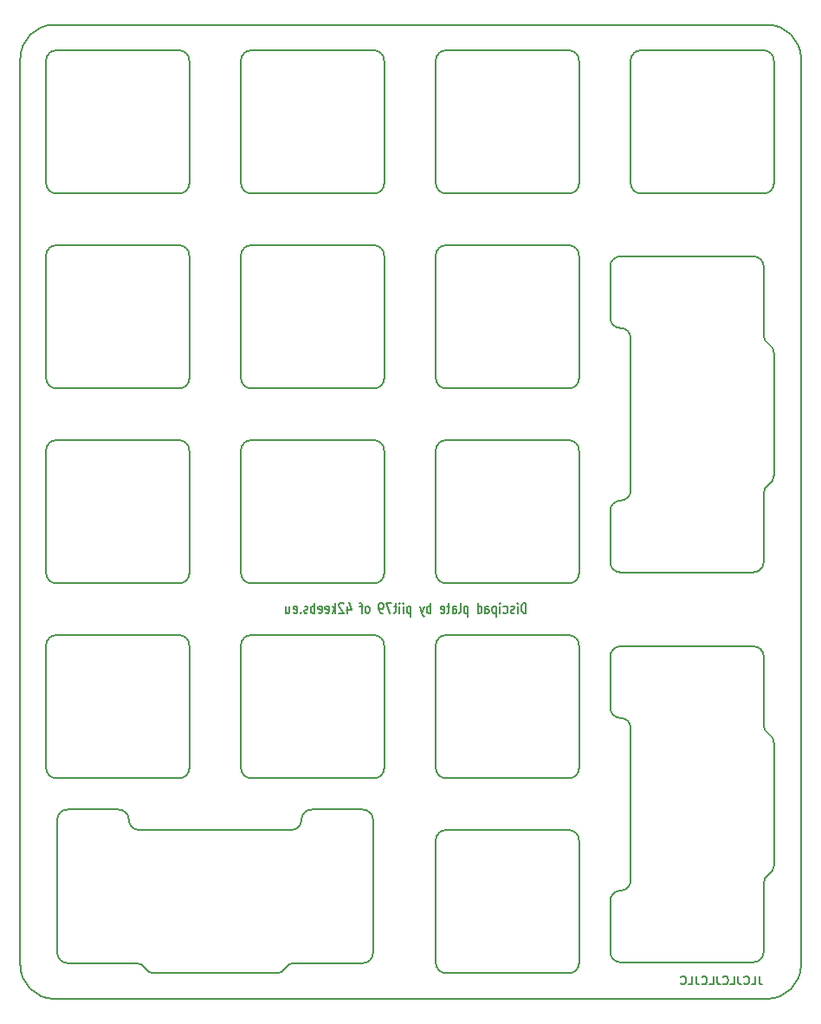
<source format=gbo>
G04 #@! TF.GenerationSoftware,KiCad,Pcbnew,5.1.10-88a1d61d58~90~ubuntu21.04.1*
G04 #@! TF.CreationDate,2021-08-17T12:25:35+02:00*
G04 #@! TF.ProjectId,discipad-plate,64697363-6970-4616-942d-706c6174652e,rev?*
G04 #@! TF.SameCoordinates,Original*
G04 #@! TF.FileFunction,Legend,Bot*
G04 #@! TF.FilePolarity,Positive*
%FSLAX46Y46*%
G04 Gerber Fmt 4.6, Leading zero omitted, Abs format (unit mm)*
G04 Created by KiCad (PCBNEW 5.1.10-88a1d61d58~90~ubuntu21.04.1) date 2021-08-17 12:25:35*
%MOMM*%
%LPD*%
G01*
G04 APERTURE LIST*
%ADD10C,0.150000*%
G04 #@! TA.AperFunction,Profile*
%ADD11C,0.200000*%
G04 #@! TD*
G04 #@! TA.AperFunction,Profile*
%ADD12C,0.150000*%
G04 #@! TD*
G04 APERTURE END LIST*
D10*
X177907445Y-135694897D02*
X177907445Y-136266326D01*
X177945540Y-136380612D01*
X178021731Y-136456802D01*
X178136016Y-136494897D01*
X178212207Y-136494897D01*
X177145540Y-136494897D02*
X177526493Y-136494897D01*
X177526493Y-135694897D01*
X176421731Y-136418707D02*
X176459826Y-136456802D01*
X176574112Y-136494897D01*
X176650302Y-136494897D01*
X176764588Y-136456802D01*
X176840778Y-136380612D01*
X176878873Y-136304421D01*
X176916969Y-136152040D01*
X176916969Y-136037754D01*
X176878873Y-135885373D01*
X176840778Y-135809183D01*
X176764588Y-135732993D01*
X176650302Y-135694897D01*
X176574112Y-135694897D01*
X176459826Y-135732993D01*
X176421731Y-135771088D01*
X175850302Y-135694897D02*
X175850302Y-136266326D01*
X175888397Y-136380612D01*
X175964588Y-136456802D01*
X176078873Y-136494897D01*
X176155064Y-136494897D01*
X175088397Y-136494897D02*
X175469350Y-136494897D01*
X175469350Y-135694897D01*
X174364588Y-136418707D02*
X174402683Y-136456802D01*
X174516969Y-136494897D01*
X174593159Y-136494897D01*
X174707445Y-136456802D01*
X174783635Y-136380612D01*
X174821731Y-136304421D01*
X174859826Y-136152040D01*
X174859826Y-136037754D01*
X174821731Y-135885373D01*
X174783635Y-135809183D01*
X174707445Y-135732993D01*
X174593159Y-135694897D01*
X174516969Y-135694897D01*
X174402683Y-135732993D01*
X174364588Y-135771088D01*
X173793159Y-135694897D02*
X173793159Y-136266326D01*
X173831254Y-136380612D01*
X173907445Y-136456802D01*
X174021731Y-136494897D01*
X174097921Y-136494897D01*
X173031254Y-136494897D02*
X173412207Y-136494897D01*
X173412207Y-135694897D01*
X172307445Y-136418707D02*
X172345540Y-136456802D01*
X172459826Y-136494897D01*
X172536016Y-136494897D01*
X172650302Y-136456802D01*
X172726493Y-136380612D01*
X172764588Y-136304421D01*
X172802683Y-136152040D01*
X172802683Y-136037754D01*
X172764588Y-135885373D01*
X172726493Y-135809183D01*
X172650302Y-135732993D01*
X172536016Y-135694897D01*
X172459826Y-135694897D01*
X172345540Y-135732993D01*
X172307445Y-135771088D01*
X171736016Y-135694897D02*
X171736016Y-136266326D01*
X171774112Y-136380612D01*
X171850302Y-136456802D01*
X171964588Y-136494897D01*
X172040778Y-136494897D01*
X170974112Y-136494897D02*
X171355064Y-136494897D01*
X171355064Y-135694897D01*
X170250302Y-136418707D02*
X170288397Y-136456802D01*
X170402683Y-136494897D01*
X170478873Y-136494897D01*
X170593159Y-136456802D01*
X170669350Y-136380612D01*
X170707445Y-136304421D01*
X170745540Y-136152040D01*
X170745540Y-136037754D01*
X170707445Y-135885373D01*
X170669350Y-135809183D01*
X170593159Y-135732993D01*
X170478873Y-135694897D01*
X170402683Y-135694897D01*
X170288397Y-135732993D01*
X170250302Y-135771088D01*
D11*
X177339693Y-96212493D02*
X164339693Y-96212493D01*
X131581519Y-134901494D02*
G75*
G02*
X132447544Y-134401494I866025J-500000D01*
G01*
X115277493Y-119401493D02*
X110277493Y-119401493D01*
X110277493Y-134401493D02*
G75*
G02*
X109277493Y-133401493I0J1000000D01*
G01*
X133153493Y-120401493D02*
X133153493Y-120401493D01*
X109277493Y-120401493D02*
G75*
G02*
X110277493Y-119401493I1000000J0D01*
G01*
X133153493Y-120401493D02*
G75*
G02*
X134153493Y-119401493I1000000J0D01*
G01*
X131581518Y-134901494D02*
G75*
G02*
X130715493Y-135401494I-866025J500000D01*
G01*
X132153493Y-121401494D02*
X117277493Y-121401494D01*
X130715493Y-135401494D02*
X118715493Y-135401494D01*
X140153493Y-133401493D02*
X140153493Y-120401493D01*
X117277493Y-121401493D02*
G75*
G02*
X116277493Y-120401493I0J1000000D01*
G01*
X115277493Y-119401493D02*
G75*
G02*
X116277493Y-120401493I0J-1000000D01*
G01*
X139153493Y-119401493D02*
X134153493Y-119401493D01*
X133153494Y-120401493D02*
G75*
G02*
X132153493Y-121401494I-1000001J0D01*
G01*
X116983443Y-134401494D02*
G75*
G02*
X117849468Y-134901494I0J-1000000D01*
G01*
X139153493Y-134401493D02*
X132447544Y-134401494D01*
X140153493Y-133401493D02*
G75*
G02*
X139153493Y-134401493I-1000000J0D01*
G01*
X116277493Y-120401493D02*
X116277493Y-120401493D01*
X110277493Y-134401493D02*
X116983443Y-134401494D01*
X139153493Y-119401493D02*
G75*
G02*
X140153493Y-120401493I0J-1000000D01*
G01*
X118715493Y-135401494D02*
G75*
G02*
X117849468Y-134901494I0J1000000D01*
G01*
X109277493Y-133401493D02*
X109277493Y-120401493D01*
X178840494Y-112019467D02*
G75*
G02*
X178340494Y-111153442I500000J866025D01*
G01*
X163340493Y-128323493D02*
X163340493Y-133323493D01*
X178340493Y-133323493D02*
G75*
G02*
X177340493Y-134323493I-1000000J0D01*
G01*
X164340493Y-110447493D02*
X164340493Y-110447493D01*
X164340493Y-134323493D02*
G75*
G02*
X163340493Y-133323493I0J1000000D01*
G01*
X164340493Y-110447493D02*
G75*
G02*
X163340493Y-109447493I0J1000000D01*
G01*
X178840494Y-112019468D02*
G75*
G02*
X179340494Y-112885493I-500000J-866025D01*
G01*
X165340494Y-111447493D02*
X165340494Y-126323493D01*
X179340494Y-112885493D02*
X179340494Y-124885493D01*
X177340493Y-103447493D02*
X164340493Y-103447493D01*
X165340493Y-126323493D02*
G75*
G02*
X164340493Y-127323493I-1000000J0D01*
G01*
X163340493Y-128323493D02*
G75*
G02*
X164340493Y-127323493I1000000J0D01*
G01*
X163340493Y-104447493D02*
X163340493Y-109447493D01*
X164340493Y-110447492D02*
G75*
G02*
X165340494Y-111447493I0J-1000001D01*
G01*
X178340494Y-126617543D02*
G75*
G02*
X178840494Y-125751518I1000000J0D01*
G01*
X178340493Y-104447493D02*
X178340494Y-111153442D01*
X177340493Y-103447493D02*
G75*
G02*
X178340493Y-104447493I0J-1000000D01*
G01*
X164340493Y-127323493D02*
X164340493Y-127323493D01*
X178340493Y-133323493D02*
X178340494Y-126617543D01*
X163340493Y-104447493D02*
G75*
G02*
X164340493Y-103447493I1000000J0D01*
G01*
X179340494Y-124885493D02*
G75*
G02*
X178840494Y-125751518I-1000000J0D01*
G01*
X177340493Y-134323493D02*
X164340493Y-134323493D01*
X163339693Y-66336493D02*
G75*
G02*
X164339693Y-65336493I1000000J0D01*
G01*
X177339693Y-65336493D02*
X164339693Y-65336493D01*
X178339693Y-95212493D02*
G75*
G02*
X177339693Y-96212493I-1000000J0D01*
G01*
X179339694Y-86774493D02*
G75*
G02*
X178839694Y-87640518I-1000000J0D01*
G01*
X163339693Y-90212493D02*
G75*
G02*
X164339693Y-89212493I1000000J0D01*
G01*
X178839694Y-73908468D02*
G75*
G02*
X179339694Y-74774493I-500000J-866025D01*
G01*
X164339693Y-72336493D02*
G75*
G02*
X163339693Y-71336493I0J1000000D01*
G01*
X164339693Y-96212493D02*
G75*
G02*
X163339693Y-95212493I0J1000000D01*
G01*
X178339693Y-66336493D02*
X178339694Y-73042442D01*
X165339694Y-73336493D02*
X165339694Y-88212493D01*
X164339693Y-89212493D02*
X164339693Y-89212493D01*
X164339693Y-72336493D02*
X164339693Y-72336493D01*
X178339693Y-95212493D02*
X178339694Y-88506543D01*
X165339693Y-88212493D02*
G75*
G02*
X164339693Y-89212493I-1000000J0D01*
G01*
X177339693Y-65336493D02*
G75*
G02*
X178339693Y-66336493I0J-1000000D01*
G01*
X164339693Y-72336492D02*
G75*
G02*
X165339694Y-73336493I0J-1000001D01*
G01*
X178339694Y-88506543D02*
G75*
G02*
X178839694Y-87640518I1000000J0D01*
G01*
X178839694Y-73908467D02*
G75*
G02*
X178339694Y-73042442I500000J866025D01*
G01*
X163339693Y-66336493D02*
X163339693Y-71336493D01*
X179339694Y-74774493D02*
X179339694Y-86774493D01*
X163339693Y-90212493D02*
X163339693Y-95212493D01*
X159288999Y-121400993D02*
X147288993Y-121400993D01*
X146288992Y-122400994D02*
G75*
G02*
X147288993Y-121400993I1000001J0D01*
G01*
X159288999Y-121400993D02*
G75*
G02*
X160289000Y-122400994I0J-1000001D01*
G01*
X160289000Y-134401000D02*
G75*
G02*
X159288999Y-135401001I-1000001J0D01*
G01*
X147288993Y-135401001D02*
X159288999Y-135401001D01*
X160289000Y-134401000D02*
X160289000Y-122400994D01*
X146288992Y-122400994D02*
X146288992Y-134401000D01*
X147288993Y-135401001D02*
G75*
G02*
X146288992Y-134401000I0J1000001D01*
G01*
X108188992Y-103350994D02*
G75*
G02*
X109188993Y-102350993I1000001J0D01*
G01*
X122189000Y-115351000D02*
G75*
G02*
X121188999Y-116351001I-1000001J0D01*
G01*
X127238992Y-103350994D02*
G75*
G02*
X128238993Y-102350993I1000001J0D01*
G01*
X121188999Y-102350993D02*
X109188993Y-102350993D01*
X141239000Y-115351000D02*
X141239000Y-103350994D01*
X109188993Y-116351001D02*
X121188999Y-116351001D01*
X160289000Y-115351000D02*
X160289000Y-103350994D01*
X127238992Y-103350994D02*
X127238992Y-115351000D01*
X147288993Y-116351001D02*
G75*
G02*
X146288992Y-115351000I0J1000001D01*
G01*
X140238999Y-102350993D02*
X128238993Y-102350993D01*
X122189000Y-115351000D02*
X122189000Y-103350994D01*
X159288999Y-102350993D02*
X147288993Y-102350993D01*
X146288992Y-103350994D02*
G75*
G02*
X147288993Y-102350993I1000001J0D01*
G01*
X160289000Y-115351000D02*
G75*
G02*
X159288999Y-116351001I-1000001J0D01*
G01*
X121188999Y-102350993D02*
G75*
G02*
X122189000Y-103350994I0J-1000001D01*
G01*
X147288993Y-116351001D02*
X159288999Y-116351001D01*
X109188993Y-116351001D02*
G75*
G02*
X108188992Y-115351000I0J1000001D01*
G01*
X141239000Y-115351000D02*
G75*
G02*
X140238999Y-116351001I-1000001J0D01*
G01*
X128238993Y-116351001D02*
X140238999Y-116351001D01*
X108188992Y-103350994D02*
X108188992Y-115351000D01*
X159288999Y-102350993D02*
G75*
G02*
X160289000Y-103350994I0J-1000001D01*
G01*
X140238999Y-102350993D02*
G75*
G02*
X141239000Y-103350994I0J-1000001D01*
G01*
X146288992Y-103350994D02*
X146288992Y-115351000D01*
X128238993Y-116351001D02*
G75*
G02*
X127238992Y-115351000I0J1000001D01*
G01*
X108188992Y-84300994D02*
G75*
G02*
X109188993Y-83300993I1000001J0D01*
G01*
X122189000Y-96301000D02*
G75*
G02*
X121188999Y-97301001I-1000001J0D01*
G01*
X127238992Y-84300994D02*
G75*
G02*
X128238993Y-83300993I1000001J0D01*
G01*
X121188999Y-83300993D02*
X109188993Y-83300993D01*
X141239000Y-96301000D02*
X141239000Y-84300994D01*
X109188993Y-97301001D02*
X121188999Y-97301001D01*
X160289000Y-96301000D02*
X160289000Y-84300994D01*
X127238992Y-84300994D02*
X127238992Y-96301000D01*
X147288993Y-97301001D02*
G75*
G02*
X146288992Y-96301000I0J1000001D01*
G01*
X140238999Y-83300993D02*
X128238993Y-83300993D01*
X122189000Y-96301000D02*
X122189000Y-84300994D01*
X159288999Y-83300993D02*
X147288993Y-83300993D01*
X146288992Y-84300994D02*
G75*
G02*
X147288993Y-83300993I1000001J0D01*
G01*
X160289000Y-96301000D02*
G75*
G02*
X159288999Y-97301001I-1000001J0D01*
G01*
X121188999Y-83300993D02*
G75*
G02*
X122189000Y-84300994I0J-1000001D01*
G01*
X147288993Y-97301001D02*
X159288999Y-97301001D01*
X109188993Y-97301001D02*
G75*
G02*
X108188992Y-96301000I0J1000001D01*
G01*
X141239000Y-96301000D02*
G75*
G02*
X140238999Y-97301001I-1000001J0D01*
G01*
X128238993Y-97301001D02*
X140238999Y-97301001D01*
X108188992Y-84300994D02*
X108188992Y-96301000D01*
X159288999Y-83300993D02*
G75*
G02*
X160289000Y-84300994I0J-1000001D01*
G01*
X140238999Y-83300993D02*
G75*
G02*
X141239000Y-84300994I0J-1000001D01*
G01*
X146288992Y-84300994D02*
X146288992Y-96301000D01*
X128238993Y-97301001D02*
G75*
G02*
X127238992Y-96301000I0J1000001D01*
G01*
X122189000Y-77251000D02*
G75*
G02*
X121188999Y-78251001I-1000001J0D01*
G01*
X140238999Y-64250993D02*
X128238993Y-64250993D01*
X160289000Y-77251000D02*
X160289000Y-65250994D01*
X147288993Y-78251001D02*
X159288999Y-78251001D01*
X127238992Y-65250994D02*
G75*
G02*
X128238993Y-64250993I1000001J0D01*
G01*
X128238993Y-78251001D02*
G75*
G02*
X127238992Y-77251000I0J1000001D01*
G01*
X141239000Y-77251000D02*
G75*
G02*
X140238999Y-78251001I-1000001J0D01*
G01*
X109188993Y-78251001D02*
G75*
G02*
X108188992Y-77251000I0J1000001D01*
G01*
X146288992Y-65250994D02*
X146288992Y-77251000D01*
X140238999Y-64250993D02*
G75*
G02*
X141239000Y-65250994I0J-1000001D01*
G01*
X159288999Y-64250993D02*
G75*
G02*
X160289000Y-65250994I0J-1000001D01*
G01*
X159288999Y-64250993D02*
X147288993Y-64250993D01*
X141239000Y-77251000D02*
X141239000Y-65250994D01*
X127238992Y-65250994D02*
X127238992Y-77251000D01*
X108188992Y-65250994D02*
X108188992Y-77251000D01*
X128238993Y-78251001D02*
X140238999Y-78251001D01*
X121188999Y-64250993D02*
X109188993Y-64250993D01*
X147288993Y-78251001D02*
G75*
G02*
X146288992Y-77251000I0J1000001D01*
G01*
X122189000Y-77251000D02*
X122189000Y-65250994D01*
X160289000Y-77251000D02*
G75*
G02*
X159288999Y-78251001I-1000001J0D01*
G01*
X109188993Y-78251001D02*
X121188999Y-78251001D01*
X146288992Y-65250994D02*
G75*
G02*
X147288993Y-64250993I1000001J0D01*
G01*
X108188992Y-65250994D02*
G75*
G02*
X109188993Y-64250993I1000001J0D01*
G01*
X121188999Y-64250993D02*
G75*
G02*
X122189000Y-65250994I0J-1000001D01*
G01*
X179339000Y-58201000D02*
X179339000Y-46200994D01*
X166338993Y-59201001D02*
X178338999Y-59201001D01*
X165338992Y-46200994D02*
X165338992Y-58201000D01*
X178338999Y-45200993D02*
G75*
G02*
X179339000Y-46200994I0J-1000001D01*
G01*
X178338999Y-45200993D02*
X166338993Y-45200993D01*
X166338993Y-59201001D02*
G75*
G02*
X165338992Y-58201000I0J1000001D01*
G01*
X179339000Y-58201000D02*
G75*
G02*
X178338999Y-59201001I-1000001J0D01*
G01*
X165338992Y-46200994D02*
G75*
G02*
X166338993Y-45200993I1000001J0D01*
G01*
X159288999Y-45200993D02*
X147288993Y-45200993D01*
X146288992Y-46200994D02*
G75*
G02*
X147288993Y-45200993I1000001J0D01*
G01*
X147288993Y-59201001D02*
G75*
G02*
X146288992Y-58201000I0J1000001D01*
G01*
X160289000Y-58201000D02*
G75*
G02*
X159288999Y-59201001I-1000001J0D01*
G01*
X159288999Y-45200993D02*
G75*
G02*
X160289000Y-46200994I0J-1000001D01*
G01*
X160289000Y-58201000D02*
X160289000Y-46200994D01*
X146288992Y-46200994D02*
X146288992Y-58201000D01*
X147288993Y-59201001D02*
X159288999Y-59201001D01*
X141239000Y-58201000D02*
G75*
G02*
X140238999Y-59201001I-1000001J0D01*
G01*
X128238993Y-59201001D02*
G75*
G02*
X127238992Y-58201000I0J1000001D01*
G01*
X127238992Y-46200994D02*
X127238992Y-58201000D01*
X140238999Y-45200993D02*
X128238993Y-45200993D01*
X141239000Y-58201000D02*
X141239000Y-46200994D01*
X128238993Y-59201001D02*
X140238999Y-59201001D01*
X127238992Y-46200994D02*
G75*
G02*
X128238993Y-45200993I1000001J0D01*
G01*
X140238999Y-45200993D02*
G75*
G02*
X141239000Y-46200994I0J-1000001D01*
G01*
X109188993Y-59201001D02*
G75*
G02*
X108188992Y-58201000I0J1000001D01*
G01*
X121188999Y-45200993D02*
X109188993Y-45200993D01*
X122189000Y-58201000D02*
X122189000Y-46200994D01*
X108188992Y-46200994D02*
G75*
G02*
X109188993Y-45200993I1000001J0D01*
G01*
X121188999Y-45200993D02*
G75*
G02*
X122189000Y-46200994I0J-1000001D01*
G01*
X122189000Y-58201000D02*
G75*
G02*
X121188999Y-59201001I-1000001J0D01*
G01*
X109188993Y-59201001D02*
X121188999Y-59201001D01*
X108188992Y-46200994D02*
X108188992Y-58201000D01*
D12*
X108977543Y-137901737D02*
G75*
G02*
X105670421Y-134594615I0J3307122D01*
G01*
X181996697Y-134594615D02*
G75*
G02*
X178689575Y-137901737I-3307122J0D01*
G01*
X178689575Y-42701737D02*
G75*
G02*
X181996697Y-46008859I0J-3307122D01*
G01*
X105670421Y-46008859D02*
G75*
G02*
X108977543Y-42701737I3307122J0D01*
G01*
D10*
X155086278Y-100199873D02*
X155086278Y-99199873D01*
X154895802Y-99199873D01*
X154781516Y-99247493D01*
X154705326Y-99342731D01*
X154667231Y-99437969D01*
X154629135Y-99628445D01*
X154629135Y-99771302D01*
X154667231Y-99961778D01*
X154705326Y-100057016D01*
X154781516Y-100152254D01*
X154895802Y-100199873D01*
X155086278Y-100199873D01*
X154286278Y-100199873D02*
X154286278Y-99533207D01*
X154286278Y-99199873D02*
X154324373Y-99247493D01*
X154286278Y-99295112D01*
X154248183Y-99247493D01*
X154286278Y-99199873D01*
X154286278Y-99295112D01*
X153943421Y-100152254D02*
X153867231Y-100199873D01*
X153714850Y-100199873D01*
X153638659Y-100152254D01*
X153600564Y-100057016D01*
X153600564Y-100009397D01*
X153638659Y-99914159D01*
X153714850Y-99866540D01*
X153829135Y-99866540D01*
X153905326Y-99818921D01*
X153943421Y-99723683D01*
X153943421Y-99676064D01*
X153905326Y-99580826D01*
X153829135Y-99533207D01*
X153714850Y-99533207D01*
X153638659Y-99580826D01*
X152914850Y-100152254D02*
X152991040Y-100199873D01*
X153143421Y-100199873D01*
X153219612Y-100152254D01*
X153257707Y-100104635D01*
X153295802Y-100009397D01*
X153295802Y-99723683D01*
X153257707Y-99628445D01*
X153219612Y-99580826D01*
X153143421Y-99533207D01*
X152991040Y-99533207D01*
X152914850Y-99580826D01*
X152571993Y-100199873D02*
X152571993Y-99533207D01*
X152571993Y-99199873D02*
X152610088Y-99247493D01*
X152571993Y-99295112D01*
X152533897Y-99247493D01*
X152571993Y-99199873D01*
X152571993Y-99295112D01*
X152191040Y-99533207D02*
X152191040Y-100533207D01*
X152191040Y-99580826D02*
X152114850Y-99533207D01*
X151962469Y-99533207D01*
X151886278Y-99580826D01*
X151848183Y-99628445D01*
X151810088Y-99723683D01*
X151810088Y-100009397D01*
X151848183Y-100104635D01*
X151886278Y-100152254D01*
X151962469Y-100199873D01*
X152114850Y-100199873D01*
X152191040Y-100152254D01*
X151124373Y-100199873D02*
X151124373Y-99676064D01*
X151162469Y-99580826D01*
X151238659Y-99533207D01*
X151391040Y-99533207D01*
X151467231Y-99580826D01*
X151124373Y-100152254D02*
X151200564Y-100199873D01*
X151391040Y-100199873D01*
X151467231Y-100152254D01*
X151505326Y-100057016D01*
X151505326Y-99961778D01*
X151467231Y-99866540D01*
X151391040Y-99818921D01*
X151200564Y-99818921D01*
X151124373Y-99771302D01*
X150400564Y-100199873D02*
X150400564Y-99199873D01*
X150400564Y-100152254D02*
X150476754Y-100199873D01*
X150629135Y-100199873D01*
X150705326Y-100152254D01*
X150743421Y-100104635D01*
X150781516Y-100009397D01*
X150781516Y-99723683D01*
X150743421Y-99628445D01*
X150705326Y-99580826D01*
X150629135Y-99533207D01*
X150476754Y-99533207D01*
X150400564Y-99580826D01*
X149410088Y-99533207D02*
X149410088Y-100533207D01*
X149410088Y-99580826D02*
X149333897Y-99533207D01*
X149181516Y-99533207D01*
X149105326Y-99580826D01*
X149067231Y-99628445D01*
X149029135Y-99723683D01*
X149029135Y-100009397D01*
X149067231Y-100104635D01*
X149105326Y-100152254D01*
X149181516Y-100199873D01*
X149333897Y-100199873D01*
X149410088Y-100152254D01*
X148571993Y-100199873D02*
X148648183Y-100152254D01*
X148686278Y-100057016D01*
X148686278Y-99199873D01*
X147924373Y-100199873D02*
X147924373Y-99676064D01*
X147962469Y-99580826D01*
X148038659Y-99533207D01*
X148191040Y-99533207D01*
X148267231Y-99580826D01*
X147924373Y-100152254D02*
X148000564Y-100199873D01*
X148191040Y-100199873D01*
X148267231Y-100152254D01*
X148305326Y-100057016D01*
X148305326Y-99961778D01*
X148267231Y-99866540D01*
X148191040Y-99818921D01*
X148000564Y-99818921D01*
X147924373Y-99771302D01*
X147657707Y-99533207D02*
X147352945Y-99533207D01*
X147543421Y-99199873D02*
X147543421Y-100057016D01*
X147505326Y-100152254D01*
X147429135Y-100199873D01*
X147352945Y-100199873D01*
X146781516Y-100152254D02*
X146857707Y-100199873D01*
X147010088Y-100199873D01*
X147086278Y-100152254D01*
X147124373Y-100057016D01*
X147124373Y-99676064D01*
X147086278Y-99580826D01*
X147010088Y-99533207D01*
X146857707Y-99533207D01*
X146781516Y-99580826D01*
X146743421Y-99676064D01*
X146743421Y-99771302D01*
X147124373Y-99866540D01*
X145791040Y-100199873D02*
X145791040Y-99199873D01*
X145791040Y-99580826D02*
X145714850Y-99533207D01*
X145562469Y-99533207D01*
X145486278Y-99580826D01*
X145448183Y-99628445D01*
X145410088Y-99723683D01*
X145410088Y-100009397D01*
X145448183Y-100104635D01*
X145486278Y-100152254D01*
X145562469Y-100199873D01*
X145714850Y-100199873D01*
X145791040Y-100152254D01*
X145143421Y-99533207D02*
X144952945Y-100199873D01*
X144762469Y-99533207D02*
X144952945Y-100199873D01*
X145029135Y-100437969D01*
X145067231Y-100485588D01*
X145143421Y-100533207D01*
X143848183Y-99533207D02*
X143848183Y-100533207D01*
X143848183Y-99580826D02*
X143771993Y-99533207D01*
X143619612Y-99533207D01*
X143543421Y-99580826D01*
X143505326Y-99628445D01*
X143467231Y-99723683D01*
X143467231Y-100009397D01*
X143505326Y-100104635D01*
X143543421Y-100152254D01*
X143619612Y-100199873D01*
X143771993Y-100199873D01*
X143848183Y-100152254D01*
X143124373Y-100199873D02*
X143124373Y-99533207D01*
X143124373Y-99199873D02*
X143162469Y-99247493D01*
X143124373Y-99295112D01*
X143086278Y-99247493D01*
X143124373Y-99199873D01*
X143124373Y-99295112D01*
X142743421Y-100199873D02*
X142743421Y-99533207D01*
X142743421Y-99199873D02*
X142781516Y-99247493D01*
X142743421Y-99295112D01*
X142705326Y-99247493D01*
X142743421Y-99199873D01*
X142743421Y-99295112D01*
X142476754Y-99533207D02*
X142171993Y-99533207D01*
X142362469Y-99199873D02*
X142362469Y-100057016D01*
X142324373Y-100152254D01*
X142248183Y-100199873D01*
X142171993Y-100199873D01*
X141981516Y-99199873D02*
X141448183Y-99199873D01*
X141791040Y-100199873D01*
X141105326Y-100199873D02*
X140952945Y-100199873D01*
X140876754Y-100152254D01*
X140838659Y-100104635D01*
X140762469Y-99961778D01*
X140724373Y-99771302D01*
X140724373Y-99390350D01*
X140762469Y-99295112D01*
X140800564Y-99247493D01*
X140876754Y-99199873D01*
X141029135Y-99199873D01*
X141105326Y-99247493D01*
X141143421Y-99295112D01*
X141181516Y-99390350D01*
X141181516Y-99628445D01*
X141143421Y-99723683D01*
X141105326Y-99771302D01*
X141029135Y-99818921D01*
X140876754Y-99818921D01*
X140800564Y-99771302D01*
X140762469Y-99723683D01*
X140724373Y-99628445D01*
X139657707Y-100199873D02*
X139733897Y-100152254D01*
X139771993Y-100104635D01*
X139810088Y-100009397D01*
X139810088Y-99723683D01*
X139771993Y-99628445D01*
X139733897Y-99580826D01*
X139657707Y-99533207D01*
X139543421Y-99533207D01*
X139467231Y-99580826D01*
X139429135Y-99628445D01*
X139391040Y-99723683D01*
X139391040Y-100009397D01*
X139429135Y-100104635D01*
X139467231Y-100152254D01*
X139543421Y-100199873D01*
X139657707Y-100199873D01*
X139162469Y-99533207D02*
X138857707Y-99533207D01*
X139048183Y-100199873D02*
X139048183Y-99342731D01*
X139010088Y-99247493D01*
X138933897Y-99199873D01*
X138857707Y-99199873D01*
X137638659Y-99533207D02*
X137638659Y-100199873D01*
X137829135Y-99152254D02*
X138019612Y-99866540D01*
X137524373Y-99866540D01*
X137257707Y-99295112D02*
X137219612Y-99247493D01*
X137143421Y-99199873D01*
X136952945Y-99199873D01*
X136876754Y-99247493D01*
X136838659Y-99295112D01*
X136800564Y-99390350D01*
X136800564Y-99485588D01*
X136838659Y-99628445D01*
X137295802Y-100199873D01*
X136800564Y-100199873D01*
X136457707Y-100199873D02*
X136457707Y-99199873D01*
X136381516Y-99818921D02*
X136152945Y-100199873D01*
X136152945Y-99533207D02*
X136457707Y-99914159D01*
X135505326Y-100152254D02*
X135581516Y-100199873D01*
X135733897Y-100199873D01*
X135810088Y-100152254D01*
X135848183Y-100057016D01*
X135848183Y-99676064D01*
X135810088Y-99580826D01*
X135733897Y-99533207D01*
X135581516Y-99533207D01*
X135505326Y-99580826D01*
X135467231Y-99676064D01*
X135467231Y-99771302D01*
X135848183Y-99866540D01*
X134819612Y-100152254D02*
X134895802Y-100199873D01*
X135048183Y-100199873D01*
X135124373Y-100152254D01*
X135162469Y-100057016D01*
X135162469Y-99676064D01*
X135124373Y-99580826D01*
X135048183Y-99533207D01*
X134895802Y-99533207D01*
X134819612Y-99580826D01*
X134781516Y-99676064D01*
X134781516Y-99771302D01*
X135162469Y-99866540D01*
X134438659Y-100199873D02*
X134438659Y-99199873D01*
X134438659Y-99580826D02*
X134362469Y-99533207D01*
X134210088Y-99533207D01*
X134133897Y-99580826D01*
X134095802Y-99628445D01*
X134057707Y-99723683D01*
X134057707Y-100009397D01*
X134095802Y-100104635D01*
X134133897Y-100152254D01*
X134210088Y-100199873D01*
X134362469Y-100199873D01*
X134438659Y-100152254D01*
X133752945Y-100152254D02*
X133676754Y-100199873D01*
X133524373Y-100199873D01*
X133448183Y-100152254D01*
X133410088Y-100057016D01*
X133410088Y-100009397D01*
X133448183Y-99914159D01*
X133524373Y-99866540D01*
X133638659Y-99866540D01*
X133714850Y-99818921D01*
X133752945Y-99723683D01*
X133752945Y-99676064D01*
X133714850Y-99580826D01*
X133638659Y-99533207D01*
X133524373Y-99533207D01*
X133448183Y-99580826D01*
X133067231Y-100104635D02*
X133029135Y-100152254D01*
X133067231Y-100199873D01*
X133105326Y-100152254D01*
X133067231Y-100104635D01*
X133067231Y-100199873D01*
X132381516Y-100152254D02*
X132457707Y-100199873D01*
X132610088Y-100199873D01*
X132686278Y-100152254D01*
X132724373Y-100057016D01*
X132724373Y-99676064D01*
X132686278Y-99580826D01*
X132610088Y-99533207D01*
X132457707Y-99533207D01*
X132381516Y-99580826D01*
X132343421Y-99676064D01*
X132343421Y-99771302D01*
X132724373Y-99866540D01*
X131657707Y-99533207D02*
X131657707Y-100199873D01*
X132000564Y-99533207D02*
X132000564Y-100057016D01*
X131962469Y-100152254D01*
X131886278Y-100199873D01*
X131771993Y-100199873D01*
X131695802Y-100152254D01*
X131657707Y-100104635D01*
D12*
X105670421Y-134594615D02*
X105670421Y-46008859D01*
X108977543Y-42701737D02*
X178689575Y-42701737D01*
X181996697Y-46008859D02*
X181996697Y-134594615D01*
X178689575Y-137901737D02*
X108977543Y-137901737D01*
%LPC*%
M02*

</source>
